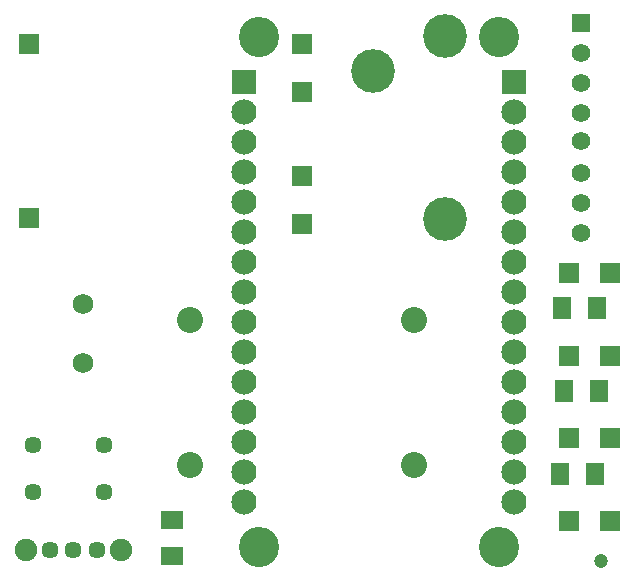
<source format=gts>
G04*
G04 #@! TF.GenerationSoftware,Altium Limited,Altium Designer,22.0.2 (36)*
G04*
G04 Layer_Color=8388736*
%FSLAX25Y25*%
%MOIN*%
G70*
G04*
G04 #@! TF.SameCoordinates,3FE311A2-DF91-43EC-BEA0-AB145DDAB98B*
G04*
G04*
G04 #@! TF.FilePolarity,Negative*
G04*
G01*
G75*
%ADD13R,0.07690X0.06312*%
%ADD14R,0.06706X0.06706*%
%ADD15R,0.06312X0.07690*%
%ADD16C,0.08674*%
%ADD17C,0.05721*%
%ADD18C,0.06800*%
%ADD19C,0.14580*%
%ADD20R,0.06194X0.06194*%
%ADD21C,0.06194*%
%ADD22R,0.07000X0.07000*%
%ADD23C,0.07493*%
%ADD24C,0.13398*%
%ADD25C,0.08398*%
%ADD26R,0.08398X0.08398*%
%ADD27C,0.04737*%
D13*
X262400Y63206D02*
D03*
Y51395D02*
D03*
D14*
X408465Y62992D02*
D03*
X394685D02*
D03*
X408464Y118110D02*
D03*
X394685D02*
D03*
X408465Y145669D02*
D03*
X394685D02*
D03*
X408465Y90551D02*
D03*
X394685D02*
D03*
D15*
X392338Y133858D02*
D03*
X404149D02*
D03*
X393069Y106299D02*
D03*
X404880D02*
D03*
X391732Y78740D02*
D03*
X403543D02*
D03*
D16*
X268431Y129899D02*
D03*
X343234D02*
D03*
Y81474D02*
D03*
X268431D02*
D03*
D17*
X239711Y88274D02*
D03*
X216089D02*
D03*
X239711Y72526D02*
D03*
X216089D02*
D03*
X221900Y53400D02*
D03*
X229400D02*
D03*
X237400D02*
D03*
D18*
X232900Y115500D02*
D03*
Y135185D02*
D03*
D19*
X353300Y163721D02*
D03*
Y224500D02*
D03*
X329400Y212800D02*
D03*
D20*
X398690Y229110D02*
D03*
D21*
Y219110D02*
D03*
Y209110D02*
D03*
Y199110D02*
D03*
Y189610D02*
D03*
Y179110D02*
D03*
Y169110D02*
D03*
Y159110D02*
D03*
D22*
X214800Y163800D02*
D03*
Y221800D02*
D03*
X305800Y161800D02*
D03*
Y221800D02*
D03*
Y177800D02*
D03*
Y205800D02*
D03*
D23*
X245400Y53400D02*
D03*
X213900D02*
D03*
D24*
X291405Y54216D02*
D03*
X371405D02*
D03*
Y224216D02*
D03*
X291405D02*
D03*
D25*
X376405Y69216D02*
D03*
Y79216D02*
D03*
Y89215D02*
D03*
Y99216D02*
D03*
Y109216D02*
D03*
Y119216D02*
D03*
Y129216D02*
D03*
Y139216D02*
D03*
Y149216D02*
D03*
Y159216D02*
D03*
Y169216D02*
D03*
Y179216D02*
D03*
Y189216D02*
D03*
Y199216D02*
D03*
X286405Y69216D02*
D03*
Y79216D02*
D03*
Y89215D02*
D03*
Y99216D02*
D03*
Y109216D02*
D03*
Y119216D02*
D03*
Y129216D02*
D03*
Y139216D02*
D03*
Y149216D02*
D03*
Y159216D02*
D03*
Y169216D02*
D03*
Y179216D02*
D03*
Y189216D02*
D03*
Y199216D02*
D03*
D26*
X376405Y209215D02*
D03*
X286405D02*
D03*
D27*
X405512Y49612D02*
D03*
M02*

</source>
